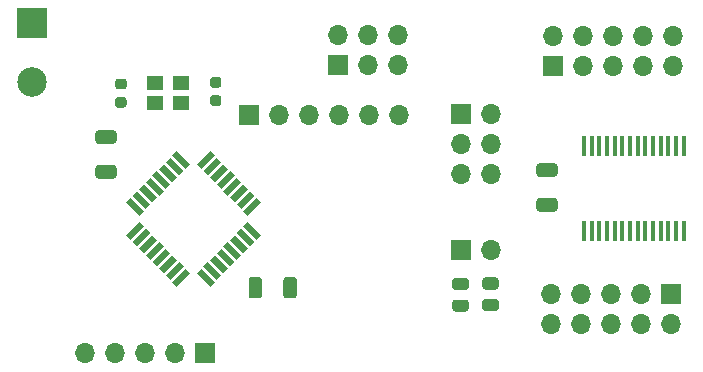
<source format=gbr>
%TF.GenerationSoftware,KiCad,Pcbnew,(5.1.7)-1*%
%TF.CreationDate,2020-11-23T17:16:41+01:00*%
%TF.ProjectId,control,636f6e74-726f-46c2-9e6b-696361645f70,rev?*%
%TF.SameCoordinates,Original*%
%TF.FileFunction,Soldermask,Bot*%
%TF.FilePolarity,Negative*%
%FSLAX46Y46*%
G04 Gerber Fmt 4.6, Leading zero omitted, Abs format (unit mm)*
G04 Created by KiCad (PCBNEW (5.1.7)-1) date 2020-11-23 17:16:41*
%MOMM*%
%LPD*%
G01*
G04 APERTURE LIST*
%ADD10R,0.450000X1.750000*%
%ADD11C,0.100000*%
%ADD12R,2.500000X2.500000*%
%ADD13C,2.500000*%
%ADD14R,1.700000X1.700000*%
%ADD15O,1.700000X1.700000*%
%ADD16R,1.400000X1.200000*%
G04 APERTURE END LIST*
D10*
%TO.C,U3*%
X157776200Y-81794800D03*
X158426200Y-81794800D03*
X159076200Y-81794800D03*
X159726200Y-81794800D03*
X160376200Y-81794800D03*
X161026200Y-81794800D03*
X161676200Y-81794800D03*
X162326200Y-81794800D03*
X162976200Y-81794800D03*
X163626200Y-81794800D03*
X164276200Y-81794800D03*
X164926200Y-81794800D03*
X165576200Y-81794800D03*
X166226200Y-81794800D03*
X166226200Y-88994800D03*
X165576200Y-88994800D03*
X164926200Y-88994800D03*
X164276200Y-88994800D03*
X163626200Y-88994800D03*
X162976200Y-88994800D03*
X162326200Y-88994800D03*
X161676200Y-88994800D03*
X161026200Y-88994800D03*
X160376200Y-88994800D03*
X159726200Y-88994800D03*
X159076200Y-88994800D03*
X158426200Y-88994800D03*
X157776200Y-88994800D03*
%TD*%
D11*
%TO.C,U2*%
G36*
X118968757Y-86538264D02*
G01*
X119357666Y-86149355D01*
X120489037Y-87280726D01*
X120100128Y-87669635D01*
X118968757Y-86538264D01*
G37*
G36*
X119534443Y-85972579D02*
G01*
X119923352Y-85583670D01*
X121054723Y-86715041D01*
X120665814Y-87103950D01*
X119534443Y-85972579D01*
G37*
G36*
X120100128Y-85406893D02*
G01*
X120489037Y-85017984D01*
X121620408Y-86149355D01*
X121231499Y-86538264D01*
X120100128Y-85406893D01*
G37*
G36*
X120665813Y-84841208D02*
G01*
X121054722Y-84452299D01*
X122186093Y-85583670D01*
X121797184Y-85972579D01*
X120665813Y-84841208D01*
G37*
G36*
X121231499Y-84275522D02*
G01*
X121620408Y-83886613D01*
X122751779Y-85017984D01*
X122362870Y-85406893D01*
X121231499Y-84275522D01*
G37*
G36*
X121797184Y-83709837D02*
G01*
X122186093Y-83320928D01*
X123317464Y-84452299D01*
X122928555Y-84841208D01*
X121797184Y-83709837D01*
G37*
G36*
X122362870Y-83144152D02*
G01*
X122751779Y-82755243D01*
X123883150Y-83886614D01*
X123494241Y-84275523D01*
X122362870Y-83144152D01*
G37*
G36*
X122928555Y-82578466D02*
G01*
X123317464Y-82189557D01*
X124448835Y-83320928D01*
X124059926Y-83709837D01*
X122928555Y-82578466D01*
G37*
G36*
X126110536Y-82189557D02*
G01*
X126499445Y-82578466D01*
X125368074Y-83709837D01*
X124979165Y-83320928D01*
X126110536Y-82189557D01*
G37*
G36*
X126676221Y-82755243D02*
G01*
X127065130Y-83144152D01*
X125933759Y-84275523D01*
X125544850Y-83886614D01*
X126676221Y-82755243D01*
G37*
G36*
X127241907Y-83320928D02*
G01*
X127630816Y-83709837D01*
X126499445Y-84841208D01*
X126110536Y-84452299D01*
X127241907Y-83320928D01*
G37*
G36*
X127807592Y-83886613D02*
G01*
X128196501Y-84275522D01*
X127065130Y-85406893D01*
X126676221Y-85017984D01*
X127807592Y-83886613D01*
G37*
G36*
X128373278Y-84452299D02*
G01*
X128762187Y-84841208D01*
X127630816Y-85972579D01*
X127241907Y-85583670D01*
X128373278Y-84452299D01*
G37*
G36*
X128938963Y-85017984D02*
G01*
X129327872Y-85406893D01*
X128196501Y-86538264D01*
X127807592Y-86149355D01*
X128938963Y-85017984D01*
G37*
G36*
X129504648Y-85583670D02*
G01*
X129893557Y-85972579D01*
X128762186Y-87103950D01*
X128373277Y-86715041D01*
X129504648Y-85583670D01*
G37*
G36*
X130070334Y-86149355D02*
G01*
X130459243Y-86538264D01*
X129327872Y-87669635D01*
X128938963Y-87280726D01*
X130070334Y-86149355D01*
G37*
G36*
X128938963Y-88588874D02*
G01*
X129327872Y-88199965D01*
X130459243Y-89331336D01*
X130070334Y-89720245D01*
X128938963Y-88588874D01*
G37*
G36*
X128373277Y-89154559D02*
G01*
X128762186Y-88765650D01*
X129893557Y-89897021D01*
X129504648Y-90285930D01*
X128373277Y-89154559D01*
G37*
G36*
X127807592Y-89720245D02*
G01*
X128196501Y-89331336D01*
X129327872Y-90462707D01*
X128938963Y-90851616D01*
X127807592Y-89720245D01*
G37*
G36*
X127241907Y-90285930D02*
G01*
X127630816Y-89897021D01*
X128762187Y-91028392D01*
X128373278Y-91417301D01*
X127241907Y-90285930D01*
G37*
G36*
X126676221Y-90851616D02*
G01*
X127065130Y-90462707D01*
X128196501Y-91594078D01*
X127807592Y-91982987D01*
X126676221Y-90851616D01*
G37*
G36*
X126110536Y-91417301D02*
G01*
X126499445Y-91028392D01*
X127630816Y-92159763D01*
X127241907Y-92548672D01*
X126110536Y-91417301D01*
G37*
G36*
X125544850Y-91982986D02*
G01*
X125933759Y-91594077D01*
X127065130Y-92725448D01*
X126676221Y-93114357D01*
X125544850Y-91982986D01*
G37*
G36*
X124979165Y-92548672D02*
G01*
X125368074Y-92159763D01*
X126499445Y-93291134D01*
X126110536Y-93680043D01*
X124979165Y-92548672D01*
G37*
G36*
X124059926Y-92159763D02*
G01*
X124448835Y-92548672D01*
X123317464Y-93680043D01*
X122928555Y-93291134D01*
X124059926Y-92159763D01*
G37*
G36*
X123494241Y-91594077D02*
G01*
X123883150Y-91982986D01*
X122751779Y-93114357D01*
X122362870Y-92725448D01*
X123494241Y-91594077D01*
G37*
G36*
X122928555Y-91028392D02*
G01*
X123317464Y-91417301D01*
X122186093Y-92548672D01*
X121797184Y-92159763D01*
X122928555Y-91028392D01*
G37*
G36*
X122362870Y-90462707D02*
G01*
X122751779Y-90851616D01*
X121620408Y-91982987D01*
X121231499Y-91594078D01*
X122362870Y-90462707D01*
G37*
G36*
X121797184Y-89897021D02*
G01*
X122186093Y-90285930D01*
X121054722Y-91417301D01*
X120665813Y-91028392D01*
X121797184Y-89897021D01*
G37*
G36*
X121231499Y-89331336D02*
G01*
X121620408Y-89720245D01*
X120489037Y-90851616D01*
X120100128Y-90462707D01*
X121231499Y-89331336D01*
G37*
G36*
X120665814Y-88765650D02*
G01*
X121054723Y-89154559D01*
X119923352Y-90285930D01*
X119534443Y-89897021D01*
X120665814Y-88765650D01*
G37*
G36*
X120100128Y-88199965D02*
G01*
X120489037Y-88588874D01*
X119357666Y-89720245D01*
X118968757Y-89331336D01*
X120100128Y-88199965D01*
G37*
%TD*%
%TO.C,C7*%
G36*
G01*
X130519600Y-93126799D02*
X130519600Y-94426801D01*
G75*
G02*
X130269601Y-94676800I-249999J0D01*
G01*
X129619599Y-94676800D01*
G75*
G02*
X129369600Y-94426801I0J249999D01*
G01*
X129369600Y-93126799D01*
G75*
G02*
X129619599Y-92876800I249999J0D01*
G01*
X130269601Y-92876800D01*
G75*
G02*
X130519600Y-93126799I0J-249999D01*
G01*
G37*
G36*
G01*
X133469600Y-93126799D02*
X133469600Y-94426801D01*
G75*
G02*
X133219601Y-94676800I-249999J0D01*
G01*
X132569599Y-94676800D01*
G75*
G02*
X132319600Y-94426801I0J249999D01*
G01*
X132319600Y-93126799D01*
G75*
G02*
X132569599Y-92876800I249999J0D01*
G01*
X133219601Y-92876800D01*
G75*
G02*
X133469600Y-93126799I0J-249999D01*
G01*
G37*
%TD*%
%TO.C,C9*%
G36*
G01*
X116647199Y-80449200D02*
X117947201Y-80449200D01*
G75*
G02*
X118197200Y-80699199I0J-249999D01*
G01*
X118197200Y-81349201D01*
G75*
G02*
X117947201Y-81599200I-249999J0D01*
G01*
X116647199Y-81599200D01*
G75*
G02*
X116397200Y-81349201I0J249999D01*
G01*
X116397200Y-80699199D01*
G75*
G02*
X116647199Y-80449200I249999J0D01*
G01*
G37*
G36*
G01*
X116647199Y-83399200D02*
X117947201Y-83399200D01*
G75*
G02*
X118197200Y-83649199I0J-249999D01*
G01*
X118197200Y-84299201D01*
G75*
G02*
X117947201Y-84549200I-249999J0D01*
G01*
X116647199Y-84549200D01*
G75*
G02*
X116397200Y-84299201I0J249999D01*
G01*
X116397200Y-83649199D01*
G75*
G02*
X116647199Y-83399200I249999J0D01*
G01*
G37*
%TD*%
%TO.C,C11*%
G36*
G01*
X153985199Y-83243200D02*
X155285201Y-83243200D01*
G75*
G02*
X155535200Y-83493199I0J-249999D01*
G01*
X155535200Y-84143201D01*
G75*
G02*
X155285201Y-84393200I-249999J0D01*
G01*
X153985199Y-84393200D01*
G75*
G02*
X153735200Y-84143201I0J249999D01*
G01*
X153735200Y-83493199D01*
G75*
G02*
X153985199Y-83243200I249999J0D01*
G01*
G37*
G36*
G01*
X153985199Y-86193200D02*
X155285201Y-86193200D01*
G75*
G02*
X155535200Y-86443199I0J-249999D01*
G01*
X155535200Y-87093201D01*
G75*
G02*
X155285201Y-87343200I-249999J0D01*
G01*
X153985199Y-87343200D01*
G75*
G02*
X153735200Y-87093201I0J249999D01*
G01*
X153735200Y-86443199D01*
G75*
G02*
X153985199Y-86193200I249999J0D01*
G01*
G37*
%TD*%
D12*
%TO.C,J2*%
X110998000Y-71374000D03*
D13*
X110998000Y-76374000D03*
%TD*%
D14*
%TO.C,J3*%
X147320000Y-79095600D03*
D15*
X149860000Y-79095600D03*
X147320000Y-81635600D03*
X149860000Y-81635600D03*
X147320000Y-84175600D03*
X149860000Y-84175600D03*
%TD*%
D14*
%TO.C,J4*%
X165100000Y-94284800D03*
D15*
X165100000Y-96824800D03*
X162560000Y-94284800D03*
X162560000Y-96824800D03*
X160020000Y-94284800D03*
X160020000Y-96824800D03*
X157480000Y-94284800D03*
X157480000Y-96824800D03*
X154940000Y-94284800D03*
X154940000Y-96824800D03*
%TD*%
D14*
%TO.C,J7*%
X147370800Y-90627200D03*
D15*
X149910800Y-90627200D03*
%TD*%
D14*
%TO.C,J8*%
X155143200Y-74980800D03*
D15*
X155143200Y-72440800D03*
X157683200Y-74980800D03*
X157683200Y-72440800D03*
X160223200Y-74980800D03*
X160223200Y-72440800D03*
X162763200Y-74980800D03*
X162763200Y-72440800D03*
X165303200Y-74980800D03*
X165303200Y-72440800D03*
%TD*%
D16*
%TO.C,Y2*%
X123629600Y-76416800D03*
X121429600Y-76416800D03*
X121429600Y-78116800D03*
X123629600Y-78116800D03*
%TD*%
%TO.C,C8*%
G36*
G01*
X126843600Y-76840200D02*
X126343600Y-76840200D01*
G75*
G02*
X126118600Y-76615200I0J225000D01*
G01*
X126118600Y-76165200D01*
G75*
G02*
X126343600Y-75940200I225000J0D01*
G01*
X126843600Y-75940200D01*
G75*
G02*
X127068600Y-76165200I0J-225000D01*
G01*
X127068600Y-76615200D01*
G75*
G02*
X126843600Y-76840200I-225000J0D01*
G01*
G37*
G36*
G01*
X126843600Y-78390200D02*
X126343600Y-78390200D01*
G75*
G02*
X126118600Y-78165200I0J225000D01*
G01*
X126118600Y-77715200D01*
G75*
G02*
X126343600Y-77490200I225000J0D01*
G01*
X126843600Y-77490200D01*
G75*
G02*
X127068600Y-77715200I0J-225000D01*
G01*
X127068600Y-78165200D01*
G75*
G02*
X126843600Y-78390200I-225000J0D01*
G01*
G37*
%TD*%
%TO.C,C10*%
G36*
G01*
X118317200Y-76092600D02*
X118817200Y-76092600D01*
G75*
G02*
X119042200Y-76317600I0J-225000D01*
G01*
X119042200Y-76767600D01*
G75*
G02*
X118817200Y-76992600I-225000J0D01*
G01*
X118317200Y-76992600D01*
G75*
G02*
X118092200Y-76767600I0J225000D01*
G01*
X118092200Y-76317600D01*
G75*
G02*
X118317200Y-76092600I225000J0D01*
G01*
G37*
G36*
G01*
X118317200Y-77642600D02*
X118817200Y-77642600D01*
G75*
G02*
X119042200Y-77867600I0J-225000D01*
G01*
X119042200Y-78317600D01*
G75*
G02*
X118817200Y-78542600I-225000J0D01*
G01*
X118317200Y-78542600D01*
G75*
G02*
X118092200Y-78317600I0J225000D01*
G01*
X118092200Y-77867600D01*
G75*
G02*
X118317200Y-77642600I225000J0D01*
G01*
G37*
%TD*%
D14*
%TO.C,J5*%
X136906000Y-74930000D03*
D15*
X136906000Y-72390000D03*
X139446000Y-74930000D03*
X139446000Y-72390000D03*
X141986000Y-74930000D03*
X141986000Y-72390000D03*
%TD*%
D14*
%TO.C,J6*%
X125679200Y-99314000D03*
D15*
X123139200Y-99314000D03*
X120599200Y-99314000D03*
X118059200Y-99314000D03*
X115519200Y-99314000D03*
%TD*%
D14*
%TO.C,J9*%
X129387600Y-79197200D03*
D15*
X131927600Y-79197200D03*
X134467600Y-79197200D03*
X137007600Y-79197200D03*
X139547600Y-79197200D03*
X142087600Y-79197200D03*
%TD*%
%TO.C,R8*%
G36*
G01*
X149409999Y-94735600D02*
X150310001Y-94735600D01*
G75*
G02*
X150560000Y-94985599I0J-249999D01*
G01*
X150560000Y-95510601D01*
G75*
G02*
X150310001Y-95760600I-249999J0D01*
G01*
X149409999Y-95760600D01*
G75*
G02*
X149160000Y-95510601I0J249999D01*
G01*
X149160000Y-94985599D01*
G75*
G02*
X149409999Y-94735600I249999J0D01*
G01*
G37*
G36*
G01*
X149409999Y-92910600D02*
X150310001Y-92910600D01*
G75*
G02*
X150560000Y-93160599I0J-249999D01*
G01*
X150560000Y-93685601D01*
G75*
G02*
X150310001Y-93935600I-249999J0D01*
G01*
X149409999Y-93935600D01*
G75*
G02*
X149160000Y-93685601I0J249999D01*
G01*
X149160000Y-93160599D01*
G75*
G02*
X149409999Y-92910600I249999J0D01*
G01*
G37*
%TD*%
%TO.C,R9*%
G36*
G01*
X146869999Y-92961400D02*
X147770001Y-92961400D01*
G75*
G02*
X148020000Y-93211399I0J-249999D01*
G01*
X148020000Y-93736401D01*
G75*
G02*
X147770001Y-93986400I-249999J0D01*
G01*
X146869999Y-93986400D01*
G75*
G02*
X146620000Y-93736401I0J249999D01*
G01*
X146620000Y-93211399D01*
G75*
G02*
X146869999Y-92961400I249999J0D01*
G01*
G37*
G36*
G01*
X146869999Y-94786400D02*
X147770001Y-94786400D01*
G75*
G02*
X148020000Y-95036399I0J-249999D01*
G01*
X148020000Y-95561401D01*
G75*
G02*
X147770001Y-95811400I-249999J0D01*
G01*
X146869999Y-95811400D01*
G75*
G02*
X146620000Y-95561401I0J249999D01*
G01*
X146620000Y-95036399D01*
G75*
G02*
X146869999Y-94786400I249999J0D01*
G01*
G37*
%TD*%
M02*

</source>
